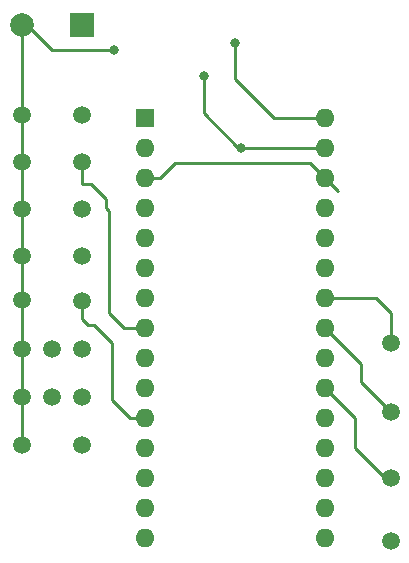
<source format=gbr>
%TF.GenerationSoftware,KiCad,Pcbnew,(5.1.9)-1*%
%TF.CreationDate,2023-04-18T08:21:27+02:00*%
%TF.ProjectId,NANO_Bot,4e414e4f-5f42-46f7-942e-6b696361645f,rev?*%
%TF.SameCoordinates,Original*%
%TF.FileFunction,Copper,L2,Bot*%
%TF.FilePolarity,Positive*%
%FSLAX46Y46*%
G04 Gerber Fmt 4.6, Leading zero omitted, Abs format (unit mm)*
G04 Created by KiCad (PCBNEW (5.1.9)-1) date 2023-04-18 08:21:27*
%MOMM*%
%LPD*%
G01*
G04 APERTURE LIST*
%TA.AperFunction,ComponentPad*%
%ADD10C,1.500000*%
%TD*%
%TA.AperFunction,ComponentPad*%
%ADD11R,1.600000X1.600000*%
%TD*%
%TA.AperFunction,ComponentPad*%
%ADD12O,1.600000X1.600000*%
%TD*%
%TA.AperFunction,ComponentPad*%
%ADD13C,2.000000*%
%TD*%
%TA.AperFunction,ComponentPad*%
%ADD14R,2.000000X2.000000*%
%TD*%
%TA.AperFunction,ViaPad*%
%ADD15C,0.800000*%
%TD*%
%TA.AperFunction,Conductor*%
%ADD16C,0.250000*%
%TD*%
G04 APERTURE END LIST*
D10*
%TO.P,LP_rund,1*%
%TO.N,Net-(A1-Pad13)*%
X116586000Y-336296000D03*
%TD*%
%TO.P,LP_rund,1*%
%TO.N,Net-(A1-Pad27)*%
X114046000Y-336296000D03*
%TD*%
%TO.P,LP_rund,1*%
%TO.N,Net-(A1-Pad12)*%
X116586000Y-332232000D03*
%TD*%
%TO.P,LP_rund,1*%
%TO.N,Net-(A1-Pad27)*%
X114046000Y-332232000D03*
%TD*%
%TO.P,LP_rund,1*%
%TO.N,Net-(A1-Pad14)*%
X116586000Y-340360000D03*
%TD*%
%TO.P,LP_rund,1*%
%TO.N,Net-(A1-Pad11)*%
X116586000Y-328168000D03*
%TD*%
%TO.P,LP_rund,1*%
%TO.N,Net-(A1-Pad10)*%
X116586000Y-324394284D03*
%TD*%
%TO.P,LP_rund,1*%
%TO.N,Net-(A1-Pad9)*%
X116586000Y-320402856D03*
%TD*%
%TO.P,LP_rund,1*%
%TO.N,Net-(A1-Pad29)*%
X111506000Y-340360000D03*
%TD*%
%TO.P,LP_rund,1*%
%TO.N,Net-(A1-Pad29)*%
X111506000Y-336296000D03*
%TD*%
%TO.P,LP_rund,1*%
%TO.N,Net-(A1-Pad29)*%
X111506000Y-332232000D03*
%TD*%
%TO.P,LP_rund,1*%
%TO.N,Net-(A1-Pad29)*%
X111506000Y-328131712D03*
%TD*%
%TO.P,LP_rund,1*%
%TO.N,Net-(A1-Pad29)*%
X111506000Y-324394284D03*
%TD*%
%TO.P,LP_rund,1*%
%TO.N,Net-(A1-Pad29)*%
X111506000Y-320402856D03*
%TD*%
%TO.P,LP_rund,1*%
%TO.N,Net-(A1-Pad29)*%
X111506000Y-316411428D03*
%TD*%
%TO.P,LP_rund,1*%
%TO.N,Net-(A1-Pad8)*%
X116586000Y-316411428D03*
%TD*%
%TO.P,LP_rund,1*%
%TO.N,Net-(A1-Pad29)*%
X111506000Y-312420000D03*
%TD*%
%TO.P,LP_rund,1*%
%TO.N,Net-(A1-Pad7)*%
X116586000Y-312420000D03*
%TD*%
%TO.P,LP_rund,1*%
%TO.N,Net-(A1-Pad24)*%
X142748000Y-331724000D03*
%TD*%
%TO.P,LP_rund,1*%
%TO.N,Net-(A1-Pad23)*%
X142748000Y-337566000D03*
%TD*%
%TO.P,LP_rund,1*%
%TO.N,Net-(A1-Pad21)*%
X142748000Y-343154000D03*
%TD*%
%TO.P,LP_rund,1*%
%TO.N,Net-(A1-Pad19)*%
X142748000Y-348488000D03*
%TD*%
D11*
%TO.P,A1,1*%
%TO.N,Net-(A1-Pad1)*%
X121951001Y-312695001D03*
D12*
%TO.P,A1,17*%
%TO.N,Net-(A1-Pad17)*%
X137191001Y-345715001D03*
%TO.P,A1,2*%
%TO.N,Net-(A1-Pad2)*%
X121951001Y-315235001D03*
%TO.P,A1,18*%
%TO.N,Net-(A1-Pad18)*%
X137191001Y-343175001D03*
%TO.P,A1,3*%
%TO.N,Net-(A1-Pad28)*%
X121951001Y-317775001D03*
%TO.P,A1,19*%
%TO.N,Net-(A1-Pad19)*%
X137191001Y-340635001D03*
%TO.P,A1,4*%
%TO.N,Net-(A1-Pad29)*%
X121951001Y-320315001D03*
%TO.P,A1,20*%
%TO.N,Net-(A1-Pad20)*%
X137191001Y-338095001D03*
%TO.P,A1,5*%
%TO.N,Net-(A1-Pad5)*%
X121951001Y-322855001D03*
%TO.P,A1,21*%
%TO.N,Net-(A1-Pad21)*%
X137191001Y-335555001D03*
%TO.P,A1,6*%
%TO.N,Net-(A1-Pad6)*%
X121951001Y-325395001D03*
%TO.P,A1,22*%
%TO.N,Net-(A1-Pad22)*%
X137191001Y-333015001D03*
%TO.P,A1,7*%
%TO.N,Net-(A1-Pad7)*%
X121951001Y-327935001D03*
%TO.P,A1,23*%
%TO.N,Net-(A1-Pad23)*%
X137191001Y-330475001D03*
%TO.P,A1,8*%
%TO.N,Net-(A1-Pad8)*%
X121951001Y-330475001D03*
%TO.P,A1,24*%
%TO.N,Net-(A1-Pad24)*%
X137191001Y-327935001D03*
%TO.P,A1,9*%
%TO.N,Net-(A1-Pad9)*%
X121951001Y-333015001D03*
%TO.P,A1,25*%
%TO.N,Net-(A1-Pad25)*%
X137191001Y-325395001D03*
%TO.P,A1,10*%
%TO.N,Net-(A1-Pad10)*%
X121951001Y-335555001D03*
%TO.P,A1,26*%
%TO.N,Net-(A1-Pad26)*%
X137191001Y-322855001D03*
%TO.P,A1,11*%
%TO.N,Net-(A1-Pad11)*%
X121951001Y-338095001D03*
%TO.P,A1,27*%
%TO.N,Net-(A1-Pad27)*%
X137191001Y-320315001D03*
%TO.P,A1,12*%
%TO.N,Net-(A1-Pad12)*%
X121951001Y-340635001D03*
%TO.P,A1,28*%
%TO.N,Net-(A1-Pad28)*%
X137191001Y-317775001D03*
%TO.P,A1,13*%
%TO.N,Net-(A1-Pad13)*%
X121951001Y-343175001D03*
%TO.P,A1,29*%
%TO.N,Net-(A1-Pad29)*%
X137191001Y-315235001D03*
%TO.P,A1,14*%
%TO.N,Net-(A1-Pad14)*%
X121951001Y-345715001D03*
%TO.P,A1,30*%
%TO.N,Net-(A1-Pad30)*%
X137191001Y-312695001D03*
%TO.P,A1,15*%
%TO.N,Net-(A1-Pad15)*%
X121951001Y-348255001D03*
%TO.P,A1,16*%
%TO.N,Net-(A1-Pad16)*%
X137191001Y-348255001D03*
%TD*%
D13*
%TO.P,GND,1*%
%TO.N,Net-(A1-Pad29)*%
X111506000Y-304800000D03*
D14*
%TO.P,GND,2*%
%TO.N,Net-(A1-Pad30)*%
X116586000Y-304800000D03*
%TD*%
D15*
%TO.N,Net-(A1-Pad29)*%
X126920000Y-309110000D03*
X119320000Y-306920000D03*
X130069001Y-315235001D03*
%TO.N,Net-(A1-Pad30)*%
X129540000Y-306324000D03*
%TD*%
D16*
%TO.N,Net-(A1-Pad28)*%
X138316002Y-318900002D02*
X137191001Y-317775001D01*
X121951001Y-317775001D02*
X123254999Y-317775001D01*
X123254999Y-317775001D02*
X124510000Y-316520000D01*
X135936000Y-316520000D02*
X137191001Y-317775001D01*
X124510000Y-316520000D02*
X135936000Y-316520000D01*
%TO.N,Net-(A1-Pad29)*%
X126920000Y-312300000D02*
X126920000Y-309110000D01*
X129855001Y-315235001D02*
X126920000Y-312300000D01*
X119320000Y-306920000D02*
X114070000Y-306920000D01*
X111950000Y-304800000D02*
X111506000Y-304800000D01*
X114070000Y-306920000D02*
X111950000Y-304800000D01*
X111506000Y-304800000D02*
X111506000Y-308864000D01*
X111506000Y-308864000D02*
X111506000Y-312420000D01*
X111506000Y-312420000D02*
X111506000Y-314960000D01*
X111506000Y-314960000D02*
X111506000Y-317500000D01*
X111506000Y-317500000D02*
X111506000Y-320040000D01*
X111506000Y-320040000D02*
X111506000Y-322580000D01*
X111506000Y-322580000D02*
X111506000Y-325120000D01*
X111506000Y-325120000D02*
X111506000Y-327660000D01*
X111506000Y-327660000D02*
X111506000Y-330200000D01*
X111506000Y-330200000D02*
X111506000Y-332740000D01*
X111506000Y-332740000D02*
X111506000Y-335280000D01*
X111506000Y-335280000D02*
X111506000Y-337820000D01*
X111506000Y-337820000D02*
X111506000Y-340360000D01*
X130069001Y-315235001D02*
X129855001Y-315235001D01*
X137191001Y-315235001D02*
X130069001Y-315235001D01*
%TO.N,Net-(A1-Pad21)*%
X137191001Y-335555001D02*
X139700000Y-338064000D01*
X139700000Y-338064000D02*
X139700000Y-340614000D01*
X142240000Y-343154000D02*
X142748000Y-343154000D01*
X139700000Y-340614000D02*
X142240000Y-343154000D01*
%TO.N,Net-(A1-Pad23)*%
X137191001Y-330475001D02*
X140208000Y-333492000D01*
X140208000Y-333492000D02*
X140208000Y-335026000D01*
X140208000Y-335026000D02*
X142748000Y-337566000D01*
%TO.N,Net-(A1-Pad8)*%
X121951001Y-330475001D02*
X120163001Y-330475001D01*
X120163001Y-330475001D02*
X118872000Y-329184000D01*
X118872000Y-329184000D02*
X118872000Y-320548000D01*
X118872000Y-320548000D02*
X118618000Y-320294000D01*
X118618000Y-320294000D02*
X118618000Y-319532000D01*
X118618000Y-319532000D02*
X117348000Y-318262000D01*
X116586000Y-316411428D02*
X116586000Y-318262000D01*
X116586000Y-318262000D02*
X117348000Y-318262000D01*
%TO.N,Net-(A1-Pad24)*%
X141499001Y-327935001D02*
X137191001Y-327935001D01*
X142748000Y-329184000D02*
X141499001Y-327935001D01*
X142748000Y-331724000D02*
X142748000Y-329184000D01*
%TO.N,Net-(A1-Pad11)*%
X121951001Y-338095001D02*
X120671001Y-338095001D01*
X120671001Y-338095001D02*
X119126000Y-336550000D01*
X119126000Y-336550000D02*
X119126000Y-331724000D01*
X119126000Y-331724000D02*
X117602000Y-330200000D01*
X117602000Y-330200000D02*
X117094000Y-330200000D01*
X116586000Y-329692000D02*
X116586000Y-328168000D01*
X117094000Y-330200000D02*
X116586000Y-329692000D01*
%TO.N,Net-(A1-Pad30)*%
X137191001Y-312695001D02*
X132863001Y-312695001D01*
X129540000Y-309372000D02*
X129540000Y-306324000D01*
X132863001Y-312695001D02*
X129540000Y-309372000D01*
%TD*%
M02*

</source>
